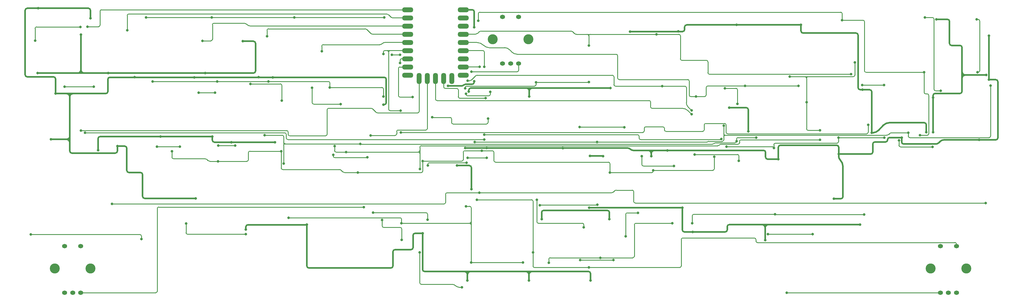
<source format=gbr>
G04 #@! TF.GenerationSoftware,KiCad,Pcbnew,7.0.9*
G04 #@! TF.CreationDate,2024-02-06T21:39:52+09:00*
G04 #@! TF.ProjectId,tijuana,74696a75-616e-4612-9e6b-696361645f70,rev?*
G04 #@! TF.SameCoordinates,Original*
G04 #@! TF.FileFunction,Copper,L1,Top*
G04 #@! TF.FilePolarity,Positive*
%FSLAX46Y46*%
G04 Gerber Fmt 4.6, Leading zero omitted, Abs format (unit mm)*
G04 Created by KiCad (PCBNEW 7.0.9) date 2024-02-06 21:39:52*
%MOMM*%
%LPD*%
G01*
G04 APERTURE LIST*
G04 #@! TA.AperFunction,ComponentPad*
%ADD10O,1.600000X1.300000*%
G04 #@! TD*
G04 #@! TA.AperFunction,ComponentPad*
%ADD11C,3.100000*%
G04 #@! TD*
G04 #@! TA.AperFunction,ComponentPad*
%ADD12C,1.250000*%
G04 #@! TD*
G04 #@! TA.AperFunction,SMDPad,CuDef*
%ADD13O,3.500000X1.500000*%
G04 #@! TD*
G04 #@! TA.AperFunction,SMDPad,CuDef*
%ADD14O,1.500000X3.500000*%
G04 #@! TD*
G04 #@! TA.AperFunction,ViaPad*
%ADD15C,0.800000*%
G04 #@! TD*
G04 #@! TA.AperFunction,Conductor*
%ADD16C,0.500000*%
G04 #@! TD*
G04 #@! TA.AperFunction,Conductor*
%ADD17C,0.250000*%
G04 #@! TD*
G04 APERTURE END LIST*
D10*
X32900000Y-106800000D03*
X37900000Y-106800000D03*
X35400000Y-106800000D03*
D11*
X40950000Y-99300000D03*
X29850000Y-99300000D03*
D10*
X32900000Y-92300000D03*
X37900000Y-92300000D03*
D12*
X140520000Y-18920000D03*
D13*
X139520000Y-18920000D03*
D12*
X140520000Y-21440000D03*
D13*
X139520000Y-21440000D03*
D12*
X140520000Y-23980000D03*
D13*
X139520000Y-23980000D03*
D12*
X140520000Y-26510000D03*
D13*
X139520000Y-26510000D03*
D12*
X140520000Y-29060000D03*
D13*
X139520000Y-29060000D03*
D12*
X140520000Y-31600000D03*
D13*
X139520000Y-31600000D03*
D12*
X140520000Y-34140000D03*
D13*
X139520000Y-34140000D03*
D12*
X140520000Y-36680000D03*
D13*
X139520000Y-36680000D03*
D12*
X140520000Y-39220000D03*
D13*
X139520000Y-39220000D03*
D12*
X143060000Y-39220000D03*
D14*
X143060000Y-40220000D03*
D12*
X145610000Y-39220000D03*
D14*
X145610000Y-40220000D03*
D12*
X148140334Y-39220000D03*
D14*
X148140334Y-40220000D03*
D12*
X150690334Y-39220000D03*
D14*
X150690334Y-40220000D03*
D12*
X153220000Y-39220000D03*
D14*
X153220000Y-40220000D03*
D12*
X155760000Y-39204341D03*
D13*
X156760000Y-39204341D03*
D12*
X155760000Y-36680000D03*
D13*
X156760000Y-36680000D03*
D12*
X155760000Y-34140000D03*
D13*
X156760000Y-34140000D03*
D12*
X155760000Y-31600000D03*
D13*
X156760000Y-31600000D03*
D12*
X155760000Y-29060000D03*
D13*
X156760000Y-29060000D03*
D12*
X155760000Y-26510000D03*
D13*
X156760000Y-26510000D03*
D12*
X155760000Y-23980000D03*
D13*
X156760000Y-23980000D03*
D12*
X155760000Y-21440000D03*
D13*
X156760000Y-21440000D03*
D12*
X155760000Y-18920000D03*
D13*
X156760000Y-18920000D03*
D10*
X304975600Y-106800000D03*
X309975600Y-106800000D03*
X307475600Y-106800000D03*
D11*
X313025600Y-99300000D03*
X301925600Y-99300000D03*
D10*
X304975600Y-92300000D03*
X309975600Y-92300000D03*
X168950000Y-35600000D03*
X173950000Y-35600000D03*
X171450000Y-35600000D03*
D11*
X177000000Y-28100000D03*
X165900000Y-28100000D03*
D10*
X168950000Y-21100000D03*
X173950000Y-21100000D03*
D15*
X202162521Y-83906500D03*
X177249642Y-45864922D03*
X24663766Y-18454507D03*
X40934319Y-21584553D03*
X157338000Y-61862000D03*
X316989920Y-59339150D03*
X93163629Y-39843309D03*
X73166000Y-39935116D03*
X187690607Y-61862000D03*
X181095000Y-83957300D03*
X220187013Y-62576600D03*
X215135000Y-64364495D03*
X273387727Y-63732305D03*
X292951649Y-58598500D03*
X320077100Y-40611100D03*
X30067567Y-44930020D03*
X254659093Y-65302140D03*
X28684900Y-59114300D03*
X97581753Y-39884712D03*
X202483991Y-43181581D03*
X271917800Y-77611000D03*
X320082245Y-26978453D03*
X158485597Y-44291609D03*
X131937313Y-48378396D03*
X54644427Y-39877000D03*
X73576200Y-77488100D03*
X164003700Y-61862000D03*
X49291816Y-61259500D03*
X160174200Y-24370900D03*
X160140676Y-41112348D03*
X152003002Y-42575500D03*
X78648091Y-21305395D03*
X179325761Y-41403513D03*
X58182707Y-21312450D03*
X216820459Y-26517700D03*
X157320000Y-43300000D03*
X104223370Y-21298033D03*
X277259082Y-38927186D03*
X195750700Y-29996900D03*
X132236922Y-21295540D03*
X195756311Y-41399189D03*
X37755645Y-24225372D03*
X23714900Y-28481660D03*
X131925870Y-45832400D03*
X260917241Y-42545376D03*
X60264972Y-41188861D03*
X80338639Y-41188861D03*
X198362797Y-59961300D03*
X96188516Y-41182022D03*
X237676500Y-54941800D03*
X115292800Y-43011900D03*
X160272011Y-59951147D03*
X320584173Y-42480473D03*
X294991730Y-57100131D03*
X229100319Y-45859225D03*
X244256452Y-42545376D03*
X180585000Y-79654700D03*
X238525237Y-61410300D03*
X198368300Y-79501471D03*
X144149797Y-65940247D03*
X287540400Y-58609600D03*
X253233680Y-61859300D03*
X202312800Y-69497800D03*
X215759673Y-68753400D03*
X234753400Y-64566206D03*
X300200000Y-21300000D03*
X80543822Y-65975500D03*
X100186712Y-62830355D03*
X163296668Y-36654970D03*
X305053600Y-44050347D03*
X162507100Y-62711500D03*
X66217210Y-62834941D03*
X123987417Y-69480900D03*
X273324977Y-58607010D03*
X319087500Y-78922100D03*
X161829912Y-36655232D03*
X161779950Y-75761652D03*
X47625000Y-79201300D03*
X183315800Y-97475015D03*
X298674500Y-57879840D03*
X227894591Y-85251903D03*
X157579305Y-79928211D03*
X159207436Y-97407245D03*
X221723500Y-85241000D03*
X281288642Y-82488272D03*
X299926291Y-38324500D03*
X137562587Y-85189945D03*
X161443006Y-22269500D03*
X175264344Y-97448858D03*
X199347600Y-95928700D03*
X274467940Y-22139794D03*
X102524210Y-83509955D03*
X253576412Y-82459356D03*
X157787286Y-66432899D03*
X145730938Y-67300000D03*
X177162988Y-103018436D03*
X280754244Y-43729100D03*
X88254896Y-28695974D03*
X303715200Y-21882823D03*
X78790444Y-58284860D03*
X195847600Y-80378800D03*
X196281400Y-103014937D03*
X43285427Y-62520034D03*
X224824593Y-80383979D03*
X223520444Y-25637184D03*
X76556021Y-38577500D03*
X62725927Y-58296263D03*
X158048981Y-103021432D03*
X200227328Y-64364495D03*
X196112797Y-64331561D03*
X261693750Y-23621400D03*
X208538600Y-25668200D03*
X154775695Y-67292509D03*
X245306262Y-56699500D03*
X37932074Y-26644144D03*
X46434000Y-38577500D03*
X241703975Y-23621400D03*
X228014262Y-87915137D03*
X280070183Y-85605086D03*
X300620800Y-56975100D03*
X250546484Y-90479689D03*
X319227600Y-39166300D03*
X89228049Y-87150542D03*
X108159205Y-85668902D03*
X302723400Y-46187837D03*
X302745083Y-56972800D03*
X283675500Y-57100000D03*
X24485900Y-38577500D03*
X239428045Y-49324858D03*
X98273720Y-60075308D03*
X159273900Y-74606133D03*
X144105900Y-88349704D03*
X84662687Y-60032795D03*
X137102800Y-32858820D03*
X134562070Y-32864108D03*
X32921790Y-42774849D03*
X41922000Y-42792354D03*
X74519930Y-44701800D03*
X79618400Y-44696562D03*
X90632200Y-41913361D03*
X100396451Y-47088793D03*
X109800165Y-43120875D03*
X118691300Y-48207180D03*
X165169300Y-44365736D03*
X157592627Y-45014000D03*
X316515770Y-38324500D03*
X316300000Y-21900000D03*
X287449200Y-42252437D03*
X280707261Y-42252437D03*
X192888083Y-55336828D03*
X206779248Y-55403617D03*
X158116318Y-64916778D03*
X164003700Y-64916778D03*
X116341114Y-63961128D03*
X126955415Y-64693600D03*
X85899887Y-61112304D03*
X80658700Y-61114953D03*
X61586152Y-61441000D03*
X68709380Y-61446040D03*
X22407255Y-88694770D03*
X56728213Y-90159589D03*
X70609288Y-85301771D03*
X89228049Y-88639587D03*
X128708497Y-81931900D03*
X145638400Y-84080400D03*
X222208100Y-67438011D03*
X212228789Y-64364495D03*
X228629054Y-63842200D03*
X242382200Y-65853458D03*
X302510706Y-61473677D03*
X292102149Y-59448000D03*
X251436300Y-88563200D03*
X265282468Y-88563200D03*
X193053470Y-96653200D03*
X203418800Y-96665800D03*
X194198115Y-86462264D03*
X179619300Y-77926900D03*
X40006400Y-24143700D03*
X163283844Y-59200034D03*
X39199119Y-57126600D03*
X125859938Y-80182383D03*
X127943000Y-57935600D03*
X37947000Y-56402100D03*
X211002200Y-81989800D03*
X207224200Y-89239300D03*
X52332489Y-25272200D03*
X158122656Y-40943380D03*
X75695700Y-28536486D03*
X227665100Y-50148341D03*
X218597451Y-42625783D03*
X100940800Y-66697000D03*
X241657700Y-59707450D03*
X241923314Y-48114389D03*
X95769625Y-27111300D03*
X95046615Y-57851100D03*
X247728968Y-58598500D03*
X131564001Y-84234455D03*
X124711917Y-60549994D03*
X237994391Y-43269876D03*
X137628305Y-90358074D03*
X267589907Y-59319085D03*
X267581700Y-56352800D03*
X278401100Y-35244700D03*
X112776476Y-31754061D03*
X156361500Y-105082100D03*
X143256400Y-68396728D03*
X263406600Y-47632500D03*
X116749000Y-61276200D03*
X143243338Y-94289400D03*
X120351800Y-63118654D03*
X258155520Y-39652900D03*
X137294460Y-50230286D03*
X137339000Y-56985300D03*
X282545337Y-54682080D03*
X131915154Y-32635782D03*
X161013800Y-77894300D03*
X195770800Y-98972700D03*
X137122699Y-35414938D03*
X178405900Y-94271100D03*
X159324700Y-38162100D03*
X141020000Y-46048400D03*
X147116321Y-52318064D03*
X164444800Y-52736400D03*
X163720300Y-46369500D03*
X236936400Y-59055600D03*
X163279200Y-57710500D03*
X227665100Y-51386588D03*
X257277300Y-106800000D03*
D16*
X93120738Y-39886200D02*
X53545900Y-39886200D01*
X30079698Y-44942151D02*
X33457429Y-44942151D01*
X293580110Y-60617000D02*
X303489402Y-60617000D01*
X30067567Y-44930020D02*
X30079698Y-44942151D01*
X320077100Y-40611100D02*
X320077100Y-26983598D01*
X202450672Y-43214900D02*
X178315385Y-43214900D01*
X215135000Y-64364495D02*
X215135000Y-63536173D01*
X49291816Y-62793331D02*
X49291816Y-61259500D01*
X34500000Y-44942151D02*
X35478646Y-44942151D01*
X57744143Y-77488100D02*
X73576200Y-77488100D01*
X176358131Y-43214900D02*
X178315385Y-43214900D01*
X34500000Y-58232370D02*
X34500000Y-62793018D01*
X46946581Y-39886200D02*
X53545900Y-39886200D01*
X316978670Y-59327900D02*
X316989920Y-59339150D01*
X97580265Y-39886200D02*
X93206520Y-39886200D01*
X28684900Y-59114300D02*
X33000000Y-59114300D01*
X254659093Y-61601116D02*
X254659093Y-65302140D01*
X46319600Y-44311892D02*
X46319600Y-40513181D01*
X273387761Y-61601570D02*
X273387727Y-63732305D01*
X288582939Y-59227362D02*
X288582939Y-59344976D01*
X52853423Y-69450100D02*
X56487039Y-69450100D01*
X21267235Y-39739300D02*
X29439386Y-39739300D01*
X181095000Y-83957300D02*
X181095000Y-81857914D01*
X52223600Y-61917496D02*
X52223600Y-68820277D01*
X306059622Y-59327900D02*
X316978670Y-59327900D01*
X317001170Y-59327900D02*
X316989920Y-59339150D01*
X178315385Y-43214900D02*
X178209278Y-43214901D01*
X132827596Y-47749916D02*
X132827596Y-40514631D01*
X216179063Y-62576600D02*
X250059669Y-62576600D01*
X132199165Y-39886200D02*
X97583241Y-39886200D01*
X322213202Y-59327900D02*
X317001170Y-59327900D01*
X40934319Y-21584553D02*
X40934281Y-19083548D01*
X273387727Y-63732305D02*
X283357790Y-63732305D01*
X250675969Y-63192900D02*
X250675969Y-64675500D01*
X292951649Y-58598500D02*
X292951649Y-59988539D01*
X202483991Y-43181581D02*
X202450672Y-43214900D01*
X35128184Y-63421200D02*
X48663947Y-63421200D01*
X131937313Y-48378396D02*
X132199129Y-48378392D01*
X187690607Y-61862000D02*
X164003700Y-61862000D01*
X187690607Y-61862000D02*
X207840377Y-61862000D01*
X292951649Y-58598500D02*
X289211801Y-58598500D01*
X33457429Y-44942151D02*
X34500000Y-44942151D01*
X93163629Y-39843309D02*
X93120738Y-39886200D01*
X97581753Y-39884712D02*
X97580265Y-39886200D01*
X20638200Y-19084764D02*
X20638200Y-39110265D01*
X30067567Y-40367481D02*
X30067567Y-44930020D01*
X33000000Y-59114300D02*
X33618070Y-59114300D01*
X214175427Y-62576600D02*
X216179063Y-62576600D01*
X33000000Y-59114300D02*
X33385700Y-59114300D01*
X251233196Y-65302355D02*
X254658878Y-65302355D01*
X201532903Y-81228800D02*
X181724114Y-81228800D01*
X21268457Y-18454507D02*
X24663766Y-18454507D01*
X34500000Y-58232370D02*
X34500000Y-45920797D01*
X271917800Y-77611000D02*
X274089392Y-77611000D01*
X320077100Y-40611100D02*
X322213768Y-40611100D01*
X24663766Y-18454507D02*
X40305231Y-18454507D01*
X202162521Y-83906500D02*
X202162521Y-81858418D01*
X274718100Y-76982292D02*
X274718100Y-67591967D01*
X187675991Y-61862000D02*
X187549591Y-61988400D01*
X177249642Y-45864922D02*
X177249642Y-44280643D01*
X209565548Y-62576600D02*
X214175427Y-62576600D01*
X30067567Y-44930020D02*
X29986849Y-44849302D01*
X273387727Y-64380164D02*
X273387727Y-63732305D01*
X164003700Y-61862000D02*
X157338000Y-61862000D01*
X254658878Y-65302355D02*
X254659093Y-65302140D01*
X158485597Y-44291609D02*
X158485593Y-43845621D01*
X322842957Y-41240289D02*
X322842957Y-58698145D01*
X53545900Y-39886200D02*
X53712177Y-39886200D01*
X159116309Y-43214900D02*
X176358131Y-43214900D01*
X187690607Y-61862000D02*
X187675991Y-61862000D01*
X283987300Y-63102795D02*
X283987300Y-60603012D01*
X35478646Y-44942151D02*
X45689341Y-44942151D01*
X97583241Y-39886200D02*
X97581753Y-39884712D01*
X304574943Y-60167354D02*
X304958149Y-59784146D01*
X57116100Y-70079161D02*
X57116100Y-76860057D01*
X284616412Y-59973900D02*
X287954015Y-59973900D01*
X49315473Y-61283157D02*
X51589261Y-61283157D01*
X187690607Y-61862000D02*
X187817007Y-61988400D01*
X255288909Y-60971300D02*
X272757502Y-60971300D01*
X93206520Y-39886200D02*
X93163629Y-39843309D01*
X132827600Y-40514631D02*
G75*
G03*
X132199165Y-39886200I-628400J31D01*
G01*
X52223600Y-68820277D02*
G75*
G03*
X52853423Y-69450100I629800J-23D01*
G01*
X20638200Y-39110265D02*
G75*
G03*
X21267235Y-39739300I629000J-35D01*
G01*
X273387771Y-64380164D02*
G75*
G03*
X273890630Y-65594275I1717029J-36D01*
G01*
X57116100Y-70079161D02*
G75*
G03*
X56487039Y-69450100I-629100J-39D01*
G01*
X322213202Y-59327857D02*
G75*
G03*
X322842957Y-58698145I-2J629757D01*
G01*
X35478646Y-44942200D02*
G75*
G03*
X34500000Y-45920797I-46J-978600D01*
G01*
X46946581Y-39886200D02*
G75*
G03*
X46319600Y-40513181I19J-627000D01*
G01*
X52223543Y-61917496D02*
G75*
G03*
X51589261Y-61283157I-634343J-4D01*
G01*
X292951600Y-59988539D02*
G75*
G03*
X293580110Y-60617000I628500J39D01*
G01*
X303489402Y-60616997D02*
G75*
G03*
X304574943Y-60167354I-2J1535197D01*
G01*
X250676000Y-63192900D02*
G75*
G03*
X250059669Y-62576600I-616300J0D01*
G01*
X208611582Y-62181440D02*
G75*
G03*
X207840377Y-61862000I-771182J-771160D01*
G01*
X48663947Y-63421216D02*
G75*
G03*
X49291816Y-62793331I-47J627916D01*
G01*
X287954015Y-59973939D02*
G75*
G03*
X288582939Y-59344976I-15J628939D01*
G01*
X181724114Y-81228800D02*
G75*
G03*
X181095000Y-81857914I-14J-629100D01*
G01*
X289211801Y-58598539D02*
G75*
G03*
X288582939Y-59227362I-1J-628861D01*
G01*
X34499999Y-62793018D02*
G75*
G03*
X35128183Y-63421201I628201J18D01*
G01*
X274089392Y-77611000D02*
G75*
G03*
X274718100Y-76982292I8J628700D01*
G01*
X202162500Y-81858418D02*
G75*
G03*
X201532903Y-81228800I-629600J18D01*
G01*
X159116309Y-43214893D02*
G75*
G03*
X158485593Y-43845621I-9J-630707D01*
G01*
X35128183Y-63421201D02*
X35128184Y-63421200D01*
X250675915Y-64675500D02*
G75*
G03*
X251233196Y-65302355I633785J2300D01*
G01*
X34500000Y-60228600D02*
G75*
G03*
X33385700Y-59114300I-1114300J0D01*
G01*
X208611553Y-62181469D02*
G75*
G03*
X209565548Y-62576600I953947J953969D01*
G01*
X273387800Y-61601570D02*
G75*
G03*
X272757502Y-60971300I-630300J-30D01*
G01*
X306059622Y-59327911D02*
G75*
G03*
X304958149Y-59784146I-22J-1557689D01*
G01*
X322843000Y-41240289D02*
G75*
G03*
X322213768Y-40611100I-629200J-11D01*
G01*
X283357790Y-63732300D02*
G75*
G03*
X283987300Y-63102795I10J629500D01*
G01*
X215135000Y-63536173D02*
G75*
G03*
X214175427Y-62576600I-959600J-27D01*
G01*
X132199129Y-48378396D02*
G75*
G03*
X132827596Y-47749916I-29J628496D01*
G01*
X57116100Y-76860057D02*
G75*
G03*
X57744143Y-77488100I628000J-43D01*
G01*
X30067600Y-40367481D02*
G75*
G03*
X29439386Y-39739300I-628200J-19D01*
G01*
X21268457Y-18454500D02*
G75*
G03*
X20638200Y-19084764I43J-630300D01*
G01*
X320082245Y-26978500D02*
G75*
G03*
X320077100Y-26983598I-45J-5100D01*
G01*
X177249600Y-44106411D02*
G75*
G03*
X176358131Y-43214900I-891500J11D01*
G01*
X216179063Y-62576600D02*
G75*
G03*
X215135000Y-63620663I37J-1044100D01*
G01*
X274718111Y-67591967D02*
G75*
G03*
X273890628Y-65594277I-2825211J-33D01*
G01*
X49291843Y-61259500D02*
G75*
G03*
X49315473Y-61283157I23657J0D01*
G01*
X178209278Y-43214938D02*
G75*
G03*
X177249638Y-44174594I22J-959662D01*
G01*
X34499949Y-45984722D02*
G75*
G03*
X33457429Y-44942151I-1042549J22D01*
G01*
X40934293Y-19083548D02*
G75*
G03*
X40305231Y-18454507I-629093J-52D01*
G01*
X255288909Y-60971293D02*
G75*
G03*
X254659093Y-61601116I-9J-629807D01*
G01*
X33618070Y-59114300D02*
G75*
G03*
X34500000Y-58232370I30J881900D01*
G01*
X284616412Y-59973900D02*
G75*
G03*
X283987300Y-60603012I-12J-629100D01*
G01*
X45689341Y-44942200D02*
G75*
G03*
X46319600Y-44311892I-41J630300D01*
G01*
X152003002Y-42575500D02*
X156169783Y-42575500D01*
X155740000Y-18900000D02*
X156740000Y-18900000D01*
X157426342Y-42054973D02*
X159511535Y-42054973D01*
X160140660Y-41425880D02*
X160140676Y-41112348D01*
X156740000Y-18900000D02*
X159545111Y-18900000D01*
X160174200Y-19529089D02*
X160174200Y-24370900D01*
X160120576Y-41112348D02*
X160071209Y-41161715D01*
X160140676Y-41112348D02*
X160120576Y-41112348D01*
X157426342Y-42054994D02*
G75*
G03*
X156870526Y-42285236I-42J-785906D01*
G01*
X160174200Y-19529089D02*
G75*
G03*
X159545111Y-18900000I-629100J-11D01*
G01*
X156169783Y-42575523D02*
G75*
G03*
X156870525Y-42285235I-83J991123D01*
G01*
X159511535Y-42054960D02*
G75*
G03*
X160140660Y-41425880I-35J629160D01*
G01*
D17*
X156740000Y-26490000D02*
X155740000Y-26490000D01*
X104223370Y-21298033D02*
X132234429Y-21298033D01*
X216815477Y-26522682D02*
X196222686Y-26522682D01*
X195217657Y-26522682D02*
X195234147Y-26522681D01*
X232284002Y-34607100D02*
X224657627Y-34607100D01*
X232743700Y-38468761D02*
X232743700Y-35066798D01*
X160570077Y-26490000D02*
X156740000Y-26490000D01*
X190218916Y-25515400D02*
X162235146Y-25515400D01*
X157320000Y-43300000D02*
X157320000Y-43097836D01*
X277257868Y-38928400D02*
X233203339Y-38928400D01*
X179325761Y-41403513D02*
X179325753Y-42179976D01*
X195750700Y-29996900D02*
X195750700Y-26994668D01*
X191327251Y-26278680D02*
X190807999Y-25759412D01*
X178865824Y-42639900D02*
X157777936Y-42639900D01*
X277259082Y-38927186D02*
X277257868Y-38928400D01*
X78648091Y-21305395D02*
X104216008Y-21305395D01*
X58182707Y-21312450D02*
X78641036Y-21312450D01*
X224198200Y-34147673D02*
X224198200Y-26977347D01*
X179325761Y-41403513D02*
X195751987Y-41403513D01*
X223738553Y-26517700D02*
X216820459Y-26517700D01*
X161646868Y-25759076D02*
X161160534Y-26245421D01*
X195217657Y-26522682D02*
X191916309Y-26522682D01*
X196222686Y-26522682D02*
X195217657Y-26522682D01*
X224198200Y-34147673D02*
G75*
G03*
X224657627Y-34607100I459400J-27D01*
G01*
X178865824Y-42639953D02*
G75*
G03*
X179325753Y-42179976I-24J459953D01*
G01*
X78641036Y-21312491D02*
G75*
G03*
X78648091Y-21305395I-36J7091D01*
G01*
X216815477Y-26522659D02*
G75*
G03*
X216820459Y-26517700I23J4959D01*
G01*
X232743700Y-35066798D02*
G75*
G03*
X232284002Y-34607100I-459700J-2D01*
G01*
X157777936Y-42639900D02*
G75*
G03*
X157320000Y-43097836I-36J-457900D01*
G01*
X160570077Y-26489990D02*
G75*
G03*
X161160534Y-26245421I23J834990D01*
G01*
X104216008Y-21305370D02*
G75*
G03*
X104223370Y-21298033I-8J7370D01*
G01*
X224198200Y-26977347D02*
G75*
G03*
X223738553Y-26517700I-459600J47D01*
G01*
X232743700Y-38468761D02*
G75*
G03*
X233203339Y-38928400I459600J-39D01*
G01*
X162235146Y-25515420D02*
G75*
G03*
X161646868Y-25759076I-46J-831880D01*
G01*
X190807996Y-25759415D02*
G75*
G03*
X190218916Y-25515400I-589096J-589085D01*
G01*
X195751987Y-41403511D02*
G75*
G03*
X195756311Y-41399189I13J4311D01*
G01*
X195750719Y-27039216D02*
G75*
G03*
X195234147Y-26522681I-516519J16D01*
G01*
X132234429Y-21298022D02*
G75*
G03*
X132236922Y-21295540I-29J2522D01*
G01*
X196222686Y-26522700D02*
G75*
G03*
X195750700Y-26994668I14J-472000D01*
G01*
X191327238Y-26278693D02*
G75*
G03*
X191916309Y-26522682I589062J589093D01*
G01*
X23714900Y-28481660D02*
X23714900Y-24684136D01*
X24173664Y-24225372D02*
X37755645Y-24225372D01*
X24173664Y-24225300D02*
G75*
G03*
X23714900Y-24684136I36J-458800D01*
G01*
X237676500Y-58391678D02*
X237676500Y-57874000D01*
X289145235Y-57437312D02*
X289048676Y-57533873D01*
X244256452Y-42545376D02*
X233900000Y-42545376D01*
X237676500Y-57389891D02*
X237676500Y-54941800D01*
X115292800Y-43011900D02*
X115291350Y-43010450D01*
X198354197Y-59952700D02*
X160273564Y-59952700D01*
X155740000Y-29040000D02*
X156740000Y-29040000D01*
X232196773Y-43156151D02*
X232196814Y-45401937D01*
X233900000Y-42545376D02*
X232807548Y-42545376D01*
X226937300Y-41014584D02*
X226937300Y-45399001D01*
X237676500Y-59322696D02*
X237676500Y-58391678D01*
X238160609Y-57874000D02*
X288227547Y-57874000D01*
X114834023Y-41182022D02*
X96188516Y-41182022D01*
X171091118Y-31294342D02*
X171545713Y-31748936D01*
X156740000Y-29040000D02*
X160832686Y-29040000D01*
X227397543Y-45859240D02*
X229100319Y-45859225D01*
X205156688Y-40555214D02*
X226477930Y-40555214D01*
X295450410Y-58604340D02*
X320124632Y-58604340D01*
X80338639Y-41188861D02*
X96181677Y-41188861D01*
X115291350Y-43010450D02*
X115291350Y-41580590D01*
X237676500Y-57874000D02*
X237676500Y-57389891D01*
X80338639Y-41188861D02*
X60264972Y-41188861D01*
X115292800Y-43011900D02*
X131465477Y-43011900D01*
X204697100Y-33176057D02*
X204697100Y-40095626D01*
X173462302Y-32716700D02*
X204237743Y-32716700D01*
X164784028Y-30676700D02*
X169600000Y-30676700D01*
X131925870Y-43472293D02*
X131925870Y-45832400D01*
X231739534Y-45859225D02*
X229100319Y-45859225D01*
X198362797Y-59961300D02*
X232544334Y-59961300D01*
X171545713Y-31748936D02*
X171842556Y-32045779D01*
X289959247Y-57100131D02*
X294991730Y-57100131D01*
X260917241Y-42545376D02*
X244256452Y-42545376D01*
X320584173Y-58144799D02*
X320584173Y-42480473D01*
X232976235Y-59782400D02*
X237216796Y-59782400D01*
X294991730Y-57100131D02*
X294991752Y-58145691D01*
X131925800Y-43472293D02*
G75*
G03*
X131465477Y-43011900I-460300J93D01*
G01*
X171091127Y-31294333D02*
G75*
G03*
X169600000Y-30676700I-1491127J-1491167D01*
G01*
X288227547Y-57874045D02*
G75*
G03*
X289048676Y-57533873I-47J1161245D01*
G01*
X160272001Y-59951147D02*
G75*
G03*
X160273564Y-59952700I1599J47D01*
G01*
X171842548Y-32045787D02*
G75*
G03*
X173462302Y-32716700I1619752J1619787D01*
G01*
X232544334Y-59961335D02*
G75*
G03*
X232770778Y-59867502I-34J320235D01*
G01*
X289959247Y-57100164D02*
G75*
G03*
X289145235Y-57437312I-47J-1151136D01*
G01*
X231739534Y-45859214D02*
G75*
G03*
X232196814Y-45401937I-34J457314D01*
G01*
X244256500Y-42545376D02*
G75*
G03*
X244316976Y-42605900I60500J-24D01*
G01*
X163114760Y-29985269D02*
G75*
G03*
X160832686Y-29040000I-2282060J-2282031D01*
G01*
X320124632Y-58604373D02*
G75*
G03*
X320584173Y-58144799I-32J459573D01*
G01*
X232807548Y-42545473D02*
G75*
G03*
X232196773Y-43156151I-48J-610727D01*
G01*
X96181677Y-41188816D02*
G75*
G03*
X96188516Y-41182022I23J6816D01*
G01*
X115291360Y-41580589D02*
G75*
G03*
X114834023Y-41182023I-459260J-65311D01*
G01*
X238194178Y-57874000D02*
G75*
G03*
X237676500Y-58391678I22J-517700D01*
G01*
X204697100Y-33176057D02*
G75*
G03*
X204237743Y-32716700I-459400J-43D01*
G01*
X204697086Y-40095626D02*
G75*
G03*
X205156688Y-40555214I459614J26D01*
G01*
X232976235Y-59782438D02*
G75*
G03*
X232770780Y-59867504I-35J-290562D01*
G01*
X226937286Y-41014584D02*
G75*
G03*
X226477930Y-40555214I-459386J-16D01*
G01*
X294991760Y-58145691D02*
G75*
G03*
X295450410Y-58604340I458640J-9D01*
G01*
X163114748Y-29985281D02*
G75*
G03*
X164784028Y-30676700I1669252J1669281D01*
G01*
X237216796Y-59782400D02*
G75*
G03*
X237676500Y-59322696I4J459700D01*
G01*
X226937260Y-45399001D02*
G75*
G03*
X227397543Y-45859240I460240J1D01*
G01*
X237676500Y-57389891D02*
G75*
G03*
X238160609Y-57874000I484100J-9D01*
G01*
X100182755Y-62834312D02*
X90451008Y-62834312D01*
X77423094Y-65732427D02*
X77091868Y-65401203D01*
X166271600Y-63171017D02*
X166271600Y-65771219D01*
X66217210Y-62834941D02*
X66217210Y-64698903D01*
X119273475Y-69237033D02*
X118808862Y-68772414D01*
X144149797Y-65940247D02*
X144149797Y-69081883D01*
X303450394Y-44050347D02*
X305053600Y-44050347D01*
X163296668Y-36654970D02*
X163296668Y-32039636D01*
X66676907Y-65158600D02*
X76506168Y-65158600D01*
X100628262Y-68528100D02*
X118219039Y-68528100D01*
X238525237Y-61410300D02*
X252784680Y-61410300D01*
X100186712Y-62830355D02*
X100182755Y-62834312D01*
X202312800Y-66690502D02*
X202312800Y-69497800D01*
X253692831Y-60359300D02*
X272866091Y-60359300D01*
X119862217Y-69480900D02*
X123987417Y-69480900D01*
X302990700Y-43590653D02*
X302990700Y-21760129D01*
X89530118Y-65975500D02*
X80543822Y-65975500D01*
X215759673Y-68753400D02*
X234293929Y-68753400D01*
X78009928Y-65975500D02*
X80543822Y-65975500D01*
X162837032Y-31580000D02*
X156740000Y-31580000D01*
X155740000Y-31580000D02*
X156740000Y-31580000D01*
X215759673Y-68753400D02*
X215759673Y-69038255D01*
X287540400Y-58609600D02*
X273327567Y-58609600D01*
X162507100Y-62711500D02*
X157191663Y-62711500D01*
X166730881Y-66230500D02*
X201852798Y-66230500D01*
X234753395Y-68293935D02*
X234753400Y-64566206D01*
X273324977Y-58607010D02*
X273324970Y-59900424D01*
X180585000Y-79654700D02*
X180585000Y-79518600D01*
X156272535Y-65939600D02*
X144150444Y-65939600D01*
X253233680Y-61859300D02*
X253233680Y-60818451D01*
X162507100Y-62711500D02*
X165812083Y-62711500D01*
X302530571Y-21300000D02*
X300200000Y-21300000D01*
X156731803Y-63171360D02*
X156731803Y-65480332D01*
X100169000Y-62848067D02*
X100169000Y-68068838D01*
X143691668Y-69480900D02*
X123987417Y-69480900D01*
X180585000Y-79518600D02*
X198351171Y-79518600D01*
X202312800Y-69497800D02*
X215300128Y-69497800D01*
X89990700Y-63294620D02*
X89990700Y-65514918D01*
X166271600Y-63171017D02*
G75*
G03*
X165812083Y-62711500I-459500J17D01*
G01*
X77091882Y-65401189D02*
G75*
G03*
X76506168Y-65158600I-585682J-585711D01*
G01*
X144150444Y-65939598D02*
G75*
G03*
X144149798Y-65940247I-44J-602D01*
G01*
X100169000Y-68068838D02*
G75*
G03*
X100628262Y-68528100I459300J38D01*
G01*
X163296600Y-32039636D02*
G75*
G03*
X162837032Y-31580000I-459600J36D01*
G01*
X202312800Y-66690502D02*
G75*
G03*
X201852798Y-66230500I-460000J2D01*
G01*
X66217200Y-64698903D02*
G75*
G03*
X66676907Y-65158600I459700J3D01*
G01*
X302990753Y-43590653D02*
G75*
G03*
X303450394Y-44050347I459647J-47D01*
G01*
X143691668Y-69480884D02*
G75*
G03*
X144149797Y-69081883I-2068J464884D01*
G01*
X273325000Y-58607010D02*
G75*
G03*
X273327567Y-58609600I2600J10D01*
G01*
X90451008Y-62834300D02*
G75*
G03*
X89990700Y-63294620I-8J-460300D01*
G01*
X156272535Y-65939603D02*
G75*
G03*
X156731803Y-65480332I-35J459303D01*
G01*
X118808836Y-68772440D02*
G75*
G03*
X118219039Y-68528100I-589836J-589760D01*
G01*
X215300128Y-69497873D02*
G75*
G03*
X215759673Y-69038255I-28J459573D01*
G01*
X253692831Y-60359380D02*
G75*
G03*
X253233680Y-60818451I69J-459220D01*
G01*
X119273467Y-69237041D02*
G75*
G03*
X119862217Y-69480900I588733J588741D01*
G01*
X157191663Y-62711503D02*
G75*
G03*
X156731803Y-63171360I37J-459897D01*
G01*
X89530118Y-65975500D02*
G75*
G03*
X89990700Y-65514918I-18J460600D01*
G01*
X77423083Y-65732438D02*
G75*
G03*
X78009928Y-65975500I586817J586838D01*
G01*
X253233700Y-61859300D02*
G75*
G03*
X252784680Y-61410300I-449000J0D01*
G01*
X166271600Y-65771219D02*
G75*
G03*
X166730881Y-66230500I459300J19D01*
G01*
X198351171Y-79518600D02*
G75*
G03*
X198368300Y-79501471I29J17100D01*
G01*
X100186712Y-62830400D02*
G75*
G03*
X100169000Y-62848067I-12J-17700D01*
G01*
X234293929Y-68753395D02*
G75*
G03*
X234753395Y-68293935I-29J459495D01*
G01*
X272866091Y-60359270D02*
G75*
G03*
X273324970Y-59900424I9J458870D01*
G01*
X302990700Y-21760129D02*
G75*
G03*
X302530571Y-21300000I-460100J29D01*
G01*
X209244734Y-74937861D02*
X204300882Y-74937861D01*
X203375459Y-75517819D02*
X203711200Y-75182103D01*
X155740000Y-36660000D02*
X156740000Y-36660000D01*
X161779950Y-75761652D02*
X151711540Y-75761652D01*
X151251999Y-76221193D02*
X151251999Y-78746941D01*
X161829912Y-36655232D02*
X161825144Y-36660000D01*
X150792640Y-79206300D02*
X47630000Y-79206300D01*
X319087500Y-78922100D02*
X210163568Y-78922100D01*
X202785442Y-75762200D02*
X161780498Y-75762200D01*
X209704300Y-78462832D02*
X209704300Y-75397427D01*
X161825144Y-36660000D02*
X156740000Y-36660000D01*
X202785442Y-75762241D02*
G75*
G03*
X203375459Y-75517819I-42J834441D01*
G01*
X209704300Y-78462832D02*
G75*
G03*
X210163568Y-78922100I459300J32D01*
G01*
X150792640Y-79206299D02*
G75*
G03*
X151251999Y-78746941I-40J459399D01*
G01*
X151711540Y-75761699D02*
G75*
G03*
X151251999Y-76221193I-40J-459501D01*
G01*
X47625000Y-79201300D02*
G75*
G03*
X47630000Y-79206300I5000J0D01*
G01*
X161780002Y-75761657D02*
G75*
G03*
X161780498Y-75762200I498J-43D01*
G01*
X209704239Y-75397427D02*
G75*
G03*
X209244734Y-74937861I-459539J27D01*
G01*
X204300882Y-74937841D02*
G75*
G03*
X203711200Y-75182103I18J-833959D01*
G01*
X280940641Y-22139794D02*
X274467940Y-22139794D01*
X159189100Y-85719052D02*
X159189100Y-85211000D01*
X161443006Y-22269500D02*
X161443006Y-20104402D01*
X159189100Y-97388909D02*
X159189100Y-85719052D01*
X300913623Y-57879840D02*
X298674500Y-57879840D01*
X183775436Y-95928700D02*
X199347600Y-95928700D01*
X183315800Y-97475015D02*
X183315789Y-96388350D01*
X227894591Y-85251903D02*
X227894588Y-82918987D01*
X155740000Y-34120000D02*
X156740000Y-34120000D01*
X137103156Y-83509955D02*
X102524210Y-83509955D01*
X159189100Y-85211000D02*
X159189100Y-84716491D01*
X300386177Y-45027300D02*
X300911434Y-45027300D01*
X253576412Y-82459356D02*
X228354217Y-82459356D01*
X159249049Y-97448858D02*
X175264344Y-97448858D01*
X159189100Y-85719052D02*
X159189099Y-85712153D01*
X137562587Y-85189945D02*
X137561370Y-85188728D01*
X158681048Y-85211000D02*
X158687947Y-85211001D01*
X159189100Y-84716491D02*
X159189100Y-80387734D01*
X281400903Y-37866219D02*
X281400903Y-22600056D01*
X159207436Y-97407245D02*
X159189100Y-97388909D01*
X209440445Y-95928700D02*
X199347600Y-95928700D01*
X161902698Y-19644710D02*
X274007863Y-19644710D01*
X299926291Y-38324500D02*
X299926291Y-44567414D01*
X209900400Y-85700670D02*
X209900400Y-95468745D01*
X281288642Y-82488272D02*
X253605328Y-82488272D01*
X157579305Y-79928211D02*
X158729582Y-79928215D01*
X301372400Y-45488266D02*
X301372400Y-57421063D01*
X274467940Y-22139794D02*
X274467935Y-20104781D01*
X299926291Y-38324500D02*
X281859184Y-38324500D01*
X137561370Y-85188728D02*
X137561370Y-83909056D01*
X221723500Y-85241000D02*
X210360070Y-85241000D01*
X137583642Y-85211000D02*
X158694591Y-85211000D01*
X158694591Y-85211000D02*
G75*
G03*
X159189100Y-84716491I9J494500D01*
G01*
X159189085Y-80387734D02*
G75*
G03*
X158729582Y-79928215I-459485J34D01*
G01*
X183775436Y-95928689D02*
G75*
G03*
X183315789Y-96388350I-36J-459611D01*
G01*
X281400906Y-22600056D02*
G75*
G03*
X280940641Y-22139794I-460306J-44D01*
G01*
X159207342Y-97407245D02*
G75*
G03*
X159249049Y-97448858I41658J45D01*
G01*
X299926300Y-44567414D02*
G75*
G03*
X300386177Y-45027300I459900J14D01*
G01*
X253576428Y-82459356D02*
G75*
G03*
X253605328Y-82488272I28872J-44D01*
G01*
X228354217Y-82459388D02*
G75*
G03*
X227894588Y-82918987I-17J-459612D01*
G01*
X137562500Y-85189946D02*
G75*
G03*
X137583642Y-85211000I21200J146D01*
G01*
X159189099Y-85712153D02*
G75*
G03*
X158687947Y-85211001I-501199J-47D01*
G01*
X161902698Y-19644706D02*
G75*
G03*
X161443006Y-20104402I2J-459694D01*
G01*
X137561363Y-83909057D02*
G75*
G03*
X137103156Y-83509956I-460263J-65843D01*
G01*
X301372400Y-45488266D02*
G75*
G03*
X300911434Y-45027300I-461000J-34D01*
G01*
X210360070Y-85241000D02*
G75*
G03*
X209900400Y-85700670I30J-459700D01*
G01*
X281400900Y-37866219D02*
G75*
G03*
X281859184Y-38324500I458300J19D01*
G01*
X209440445Y-95928700D02*
G75*
G03*
X209900400Y-95468745I-45J460000D01*
G01*
X274467990Y-20104781D02*
G75*
G03*
X274007863Y-19644710I-460090J-19D01*
G01*
X300913623Y-57879900D02*
G75*
G03*
X301372400Y-57421063I-23J458800D01*
G01*
X145730938Y-67300000D02*
X145730938Y-66892151D01*
X157787286Y-66432899D02*
X157786587Y-66432200D01*
X157786587Y-66432200D02*
X146190889Y-66432200D01*
X146190889Y-66432238D02*
G75*
G03*
X145730938Y-66892151I11J-459962D01*
G01*
D16*
X141773224Y-88349704D02*
X144105900Y-88349704D01*
X39183043Y-38577500D02*
X46434000Y-38577500D01*
X62725927Y-58296263D02*
X78779041Y-58296263D01*
X88254896Y-28695974D02*
X91570282Y-28695974D01*
X311722300Y-38160288D02*
X311722300Y-40158146D01*
X84662687Y-60032795D02*
X79418824Y-60032795D01*
X238769558Y-86269822D02*
X238769571Y-87288253D01*
X92200000Y-29325692D02*
X92200000Y-37950339D01*
X302723400Y-56951117D02*
X302745083Y-56972800D01*
X223520444Y-25637184D02*
X223489428Y-25668200D01*
X228016825Y-87917700D02*
X228014262Y-87915137D01*
X159273900Y-74606133D02*
X159273900Y-67937343D01*
X261693750Y-23621400D02*
X261693750Y-25519967D01*
X311722300Y-30629200D02*
X311722300Y-38160288D01*
X280788123Y-43762979D02*
X280754244Y-43729100D01*
X300620800Y-54628657D02*
X300620800Y-56975100D01*
X223489428Y-25668200D02*
X208538600Y-25668200D01*
X224897166Y-25668200D02*
X223551460Y-25668200D01*
X224819414Y-80378800D02*
X224824593Y-80383979D01*
X289056870Y-54000000D02*
X299992143Y-54000000D01*
X249587180Y-85640700D02*
X239398673Y-85640700D01*
X311092574Y-44899847D02*
X303351658Y-44899847D01*
X178152710Y-100200000D02*
X176163831Y-100200000D01*
X307831000Y-22508427D02*
X307831000Y-29367426D01*
X244679277Y-49316937D02*
X239435966Y-49316937D01*
X280034569Y-85640700D02*
X251622642Y-85640700D01*
X319208978Y-39184922D02*
X312746934Y-39184922D01*
X245306262Y-56699500D02*
X245307100Y-56698662D01*
X89228025Y-86313893D02*
X89228049Y-87150542D01*
X43285427Y-62520034D02*
X43285427Y-58924095D01*
X225528800Y-24250005D02*
X225528800Y-25036566D01*
X283694160Y-57081340D02*
X284219321Y-57081340D01*
X261693750Y-23621400D02*
X241703975Y-23621400D01*
X303715200Y-21882823D02*
X307205396Y-21882823D01*
X195847600Y-80378800D02*
X224819414Y-80378800D01*
X108159205Y-85668902D02*
X108159205Y-85670582D01*
X262324183Y-26150400D02*
X278793070Y-26150400D01*
X311722300Y-40158146D02*
X311722300Y-44270121D01*
X134272933Y-99117000D02*
X108792829Y-99117000D01*
X196281400Y-103014937D02*
X196281429Y-100829412D01*
X245307100Y-56698662D02*
X245307100Y-49944760D01*
X177162988Y-102400000D02*
X177162988Y-101199157D01*
X283675500Y-57100000D02*
X283675500Y-44392620D01*
X302723400Y-45528105D02*
X302723400Y-46187837D01*
X177162988Y-102400000D02*
X177162988Y-101189722D01*
X108159205Y-85670582D02*
X108152830Y-85676957D01*
X176163831Y-100200000D02*
X160500000Y-100200000D01*
X37000000Y-38577500D02*
X39183043Y-38577500D01*
X141142914Y-88980014D02*
X141142914Y-92799985D01*
X228014262Y-87915137D02*
X225454193Y-87915107D01*
X43913259Y-58296263D02*
X62725927Y-58296263D01*
X279421500Y-26778830D02*
X279421500Y-43098518D01*
X250546484Y-90479689D02*
X250546484Y-86348117D01*
X37932074Y-26644144D02*
X37932074Y-37645426D01*
X158048981Y-103021432D02*
X158048981Y-101197383D01*
X144105900Y-88349704D02*
X144105900Y-99571982D01*
X108163130Y-98487301D02*
X108163130Y-85672827D01*
X251622642Y-85640700D02*
X249587180Y-85640700D01*
X308460674Y-29997100D02*
X311090200Y-29997100D01*
X241703975Y-23621400D02*
X226157405Y-23621400D01*
X283675500Y-57100000D02*
X283694160Y-57081340D01*
X158643757Y-67307200D02*
X154790386Y-67307200D01*
X224824593Y-80383979D02*
X224824593Y-87285499D01*
X24485900Y-38577500D02*
X37000000Y-38577500D01*
X238140132Y-87917700D02*
X228016825Y-87917700D01*
X160500000Y-100200000D02*
X157038608Y-100200000D01*
X280052126Y-43729123D02*
X280754244Y-43729100D01*
X108163130Y-85672827D02*
X108159205Y-85668902D01*
X157038608Y-100200000D02*
X144733918Y-100200000D01*
X98273720Y-60075308D02*
X84705200Y-60075308D01*
X200194394Y-64331561D02*
X196112797Y-64331561D01*
X285673368Y-56419748D02*
X287411639Y-54681477D01*
X91572839Y-38577500D02*
X76556021Y-38577500D01*
X159046364Y-100200000D02*
X160500000Y-100200000D01*
X78790444Y-58284860D02*
X78790418Y-59404375D01*
X195652025Y-100200000D02*
X178152710Y-100200000D01*
X283045859Y-43762979D02*
X280788123Y-43762979D01*
X108124010Y-85684500D02*
X89857400Y-85684500D01*
X302723400Y-46187837D02*
X302723400Y-56951117D01*
X134903700Y-94055420D02*
X134903700Y-98486233D01*
X177162988Y-103018436D02*
X177162988Y-102400000D01*
X46434000Y-38577500D02*
X76556021Y-38577500D01*
X140515899Y-93427000D02*
X135532120Y-93427000D01*
X238140132Y-87917671D02*
G75*
G03*
X238769571Y-87288253I68J629371D01*
G01*
X311722278Y-38160288D02*
G75*
G03*
X312746934Y-39184922I1024622J-12D01*
G01*
X141773224Y-88349714D02*
G75*
G03*
X141142914Y-88980014I-24J-630286D01*
G01*
X37947660Y-37790417D02*
G75*
G03*
X38919486Y-38577508I976040J211617D01*
G01*
X158049000Y-101210373D02*
G75*
G03*
X157038608Y-100200000I-1010400J-27D01*
G01*
X84662692Y-60032795D02*
G75*
G03*
X84705200Y-60075308I42508J-5D01*
G01*
X91572839Y-38577500D02*
G75*
G03*
X92200000Y-37950339I-39J627200D01*
G01*
X251556651Y-85640687D02*
G75*
G03*
X250546487Y-86650784I-51J-1010113D01*
G01*
X200227339Y-64364495D02*
G75*
G03*
X200194394Y-64331561I-32939J-5D01*
G01*
X178152710Y-100199988D02*
G75*
G03*
X177162988Y-101189722I-10J-989712D01*
G01*
X224824593Y-87285499D02*
G75*
G03*
X225454193Y-87915107I629607J-1D01*
G01*
X279421500Y-26778830D02*
G75*
G03*
X278793070Y-26150400I-628400J30D01*
G01*
X134272933Y-99117000D02*
G75*
G03*
X134903700Y-98486233I-33J630800D01*
G01*
X303351658Y-44899800D02*
G75*
G03*
X302723400Y-45528105I42J-628300D01*
G01*
X223520500Y-25637184D02*
G75*
G03*
X223551460Y-25668200I31000J-16D01*
G01*
X279421477Y-43098518D02*
G75*
G03*
X280052126Y-43729123I630623J18D01*
G01*
X108124009Y-85684494D02*
G75*
G03*
X108152830Y-85676957I-26209J159094D01*
G01*
X226157405Y-23621400D02*
G75*
G03*
X225528800Y-24250005I-5J-628600D01*
G01*
X224897166Y-25668200D02*
G75*
G03*
X225528800Y-25036566I34J631600D01*
G01*
X159046364Y-100199981D02*
G75*
G03*
X158048981Y-101197383I36J-997419D01*
G01*
X140515899Y-93427014D02*
G75*
G03*
X141142914Y-92799985I1J627014D01*
G01*
X135532120Y-93427000D02*
G75*
G03*
X134903700Y-94055420I-20J-628400D01*
G01*
X37000000Y-38577474D02*
G75*
G03*
X37932074Y-37645426I0J932074D01*
G01*
X144105900Y-99571982D02*
G75*
G03*
X144733918Y-100200000I628000J-18D01*
G01*
X280034569Y-85640683D02*
G75*
G03*
X280070183Y-85605086I31J35583D01*
G01*
X89857400Y-85684525D02*
G75*
G03*
X89228025Y-86313893I0J-629375D01*
G01*
X43913259Y-58296227D02*
G75*
G03*
X43285427Y-58924095I41J-627873D01*
G01*
X300620800Y-54628657D02*
G75*
G03*
X299992143Y-54000000I-628700J-43D01*
G01*
X307831000Y-29367426D02*
G75*
G03*
X308460674Y-29997100I629700J26D01*
G01*
X245307163Y-49944760D02*
G75*
G03*
X244679277Y-49316937I-627863J-40D01*
G01*
X312695524Y-39184900D02*
G75*
G03*
X311722300Y-40158146I-24J-973200D01*
G01*
X250546500Y-86348117D02*
G75*
G03*
X250498367Y-86300000I-48100J17D01*
G01*
X250546500Y-86600004D02*
G75*
G03*
X249587180Y-85640700I-959300J4D01*
G01*
X92200026Y-29325692D02*
G75*
G03*
X91570282Y-28695974I-629726J-8D01*
G01*
X159273900Y-67937343D02*
G75*
G03*
X158643757Y-67307200I-630100J43D01*
G01*
X284219321Y-57081345D02*
G75*
G03*
X285673367Y-56419747I-160621J2281645D01*
G01*
X196281400Y-100829412D02*
G75*
G03*
X195652025Y-100200000I-629400J12D01*
G01*
X307830977Y-22508427D02*
G75*
G03*
X307205396Y-21882823I-625577J27D01*
G01*
X311092574Y-44899800D02*
G75*
G03*
X311722300Y-44270121I26J629700D01*
G01*
X311722300Y-30629200D02*
G75*
G03*
X311090200Y-29997100I-632100J0D01*
G01*
X177163000Y-101199157D02*
G75*
G03*
X176163831Y-100200000I-999200J-43D01*
G01*
X108163200Y-98487301D02*
G75*
G03*
X108792829Y-99117000I629600J-99D01*
G01*
X261693800Y-25519967D02*
G75*
G03*
X262324183Y-26150400I630400J-33D01*
G01*
X283675521Y-44392620D02*
G75*
G03*
X283045859Y-43762979I-629621J20D01*
G01*
X78790405Y-59404375D02*
G75*
G03*
X79418824Y-60032795I628395J-25D01*
G01*
X289056870Y-53999977D02*
G75*
G03*
X287411639Y-54681477I30J-2326723D01*
G01*
X239435966Y-49316945D02*
G75*
G03*
X239428045Y-49324858I34J-7955D01*
G01*
X319208978Y-39184900D02*
G75*
G03*
X319227600Y-39166300I22J18600D01*
G01*
X239398673Y-85640658D02*
G75*
G03*
X238769558Y-86269822I27J-629142D01*
G01*
X154775700Y-67292509D02*
G75*
G03*
X154790386Y-67307200I14700J9D01*
G01*
X78779041Y-58296344D02*
G75*
G03*
X78790444Y-58284860I-41J11444D01*
G01*
D17*
X134562070Y-32864108D02*
X134567358Y-32858820D01*
X134567358Y-32858820D02*
X137102800Y-32858820D01*
X41922000Y-42792354D02*
X32939295Y-42792354D01*
X32921746Y-42774849D02*
G75*
G03*
X32939295Y-42792354I17554J49D01*
G01*
X74520130Y-44701600D02*
X79613362Y-44701600D01*
X74520111Y-44701545D02*
G75*
G03*
X74519930Y-44701800I89J-255D01*
G01*
X79613362Y-44701600D02*
G75*
G03*
X79618400Y-44696562I38J5000D01*
G01*
X100379800Y-42372533D02*
X100379800Y-47072142D01*
X99920628Y-41913361D02*
X90632200Y-41913361D01*
X100379739Y-42372533D02*
G75*
G03*
X99920628Y-41913361I-459139J33D01*
G01*
X100379807Y-47072142D02*
G75*
G03*
X100396451Y-47088793I16693J42D01*
G01*
X109800165Y-47748062D02*
X109800165Y-43120875D01*
X110259283Y-48207180D02*
X118691300Y-48207180D01*
X109800220Y-47748062D02*
G75*
G03*
X110259283Y-48207180I459080J-38D01*
G01*
X164710232Y-45632862D02*
X158051961Y-45632862D01*
X157592627Y-45014000D02*
X157592627Y-45173528D01*
X165169300Y-44365736D02*
X165169300Y-45173794D01*
X157592627Y-45014000D02*
X157593844Y-45015217D01*
X157593844Y-45015217D02*
X157593844Y-45233811D01*
X157592638Y-45173528D02*
G75*
G03*
X158051961Y-45632862I459362J28D01*
G01*
X164710232Y-45632800D02*
G75*
G03*
X165169300Y-45173794I68J459000D01*
G01*
X317189400Y-37865059D02*
X317189400Y-22359388D01*
X316515770Y-38324500D02*
X316729929Y-38324510D01*
X316730012Y-21900000D02*
X316300000Y-21900000D01*
X317189400Y-22359388D02*
G75*
G03*
X316730012Y-21900000I-459400J-12D01*
G01*
X316729929Y-38324600D02*
G75*
G03*
X317189400Y-37865059I-29J459500D01*
G01*
X287440139Y-42252437D02*
X287439187Y-42251485D01*
X287449200Y-42252437D02*
X287440139Y-42252437D01*
X287420537Y-42252437D02*
X280707261Y-42252437D01*
X287420539Y-42252423D02*
G75*
G03*
X287439187Y-42251484I7261J41423D01*
G01*
X206779248Y-55403617D02*
X206719131Y-55343500D01*
X206719131Y-55343500D02*
X192894755Y-55343500D01*
X192888100Y-55336828D02*
G75*
G03*
X192894755Y-55343500I6700J28D01*
G01*
X158116318Y-64916778D02*
X164003700Y-64916778D01*
X116800276Y-64824800D02*
X126824215Y-64824800D01*
X116341114Y-63961128D02*
X116341127Y-64365666D01*
X126824215Y-64824800D02*
X126955415Y-64693600D01*
X116341200Y-64365666D02*
G75*
G03*
X116800276Y-64824800I459100J-34D01*
G01*
X80658700Y-61114953D02*
X85897238Y-61114953D01*
X85897238Y-61114987D02*
G75*
G03*
X85899887Y-61112304I-38J2687D01*
G01*
X68705839Y-61442499D02*
X61587651Y-61442499D01*
X68709298Y-61446037D02*
G75*
G03*
X68705839Y-61442500I-3398J137D01*
G01*
X61586201Y-61441000D02*
G75*
G03*
X61587651Y-61442498I1499J0D01*
G01*
X56728213Y-90148426D02*
X56728231Y-89157635D01*
X56269029Y-88698425D02*
X22410910Y-88698425D01*
X56728213Y-90159589D02*
X56728213Y-90148426D01*
X22407275Y-88694770D02*
G75*
G03*
X22410910Y-88698425I3625J-30D01*
G01*
X56728175Y-89157635D02*
G75*
G03*
X56269029Y-88698425I-459175J35D01*
G01*
X71069007Y-88639587D02*
X89228049Y-88639587D01*
X70609288Y-85301771D02*
X70609289Y-88179869D01*
X70609313Y-88179869D02*
G75*
G03*
X71069007Y-88639587I459687J-31D01*
G01*
X128708497Y-81931900D02*
X145180045Y-81931900D01*
X145638400Y-82390255D02*
X145638400Y-84080400D01*
X145638400Y-82390255D02*
G75*
G03*
X145180045Y-81931900I-458400J-45D01*
G01*
X212228789Y-64364495D02*
X212228785Y-66979465D01*
X212687330Y-67438011D02*
X222208100Y-67438011D01*
X212228789Y-66979465D02*
G75*
G03*
X212687330Y-67438011I458511J-35D01*
G01*
X242382200Y-65853458D02*
X242382168Y-64301194D01*
X228629548Y-63841706D02*
X241922669Y-63841706D01*
X228629054Y-63842200D02*
X228629548Y-63841706D01*
X242382194Y-64301194D02*
G75*
G03*
X241922669Y-63841706I-459494J-6D01*
G01*
X302510706Y-61473677D02*
X292561215Y-61473677D01*
X292102149Y-59448000D02*
X292102149Y-61014611D01*
X292102123Y-61014611D02*
G75*
G03*
X292561215Y-61473677I459077J11D01*
G01*
X251436300Y-88563200D02*
X265282468Y-88563200D01*
X193053470Y-96653200D02*
X193066070Y-96665800D01*
X193066070Y-96665800D02*
X203418800Y-96665800D01*
X101282439Y-57126600D02*
X39199119Y-57126600D01*
X101741664Y-58740802D02*
X101741664Y-57585825D01*
X44353739Y-18900000D02*
X140500000Y-18900000D01*
X43894000Y-23684715D02*
X43894000Y-19359739D01*
X179619300Y-77926900D02*
X179619300Y-84749664D01*
X194198115Y-86462264D02*
X194198092Y-85667718D01*
X163283844Y-59200034D02*
X102200896Y-59200034D01*
X180077936Y-85208300D02*
X193738661Y-85208300D01*
X40006400Y-24143700D02*
X43435015Y-24143700D01*
X194198100Y-85667718D02*
G75*
G03*
X193738661Y-85208300I-459400J18D01*
G01*
X101741666Y-58740802D02*
G75*
G03*
X102200896Y-59200034I459234J2D01*
G01*
X43435015Y-24143700D02*
G75*
G03*
X43894000Y-23684715I-15J459000D01*
G01*
X44353739Y-18900000D02*
G75*
G03*
X43894000Y-19359739I-39J-459700D01*
G01*
X101741600Y-57585825D02*
G75*
G03*
X101282439Y-57126600I-459200J25D01*
G01*
X179619300Y-84749664D02*
G75*
G03*
X180077936Y-85208300I458600J-36D01*
G01*
X145130705Y-56258600D02*
X136513481Y-56258600D01*
X145590000Y-40190000D02*
X145590000Y-55799305D01*
X136053807Y-56718274D02*
X136053807Y-57475603D01*
X135593810Y-57935600D02*
X127943000Y-57935600D01*
X125859938Y-80182383D02*
X62126362Y-80182383D01*
X61667000Y-80641745D02*
X61667000Y-106342973D01*
X145590000Y-39190000D02*
X145590000Y-40190000D01*
X61209973Y-106800000D02*
X37900000Y-106800000D01*
X62126362Y-80182300D02*
G75*
G03*
X61667000Y-80641745I38J-459400D01*
G01*
X136513481Y-56258607D02*
G75*
G03*
X136053807Y-56718274I19J-459693D01*
G01*
X61209973Y-106800000D02*
G75*
G03*
X61667000Y-106342973I27J457000D01*
G01*
X145130705Y-56258600D02*
G75*
G03*
X145590000Y-55799305I-5J459300D01*
G01*
X135593810Y-57935607D02*
G75*
G03*
X136053807Y-57475603I-10J460007D01*
G01*
X143040000Y-39190000D02*
X143040000Y-40190000D01*
X113981439Y-58049688D02*
X102779415Y-58049688D01*
X102320290Y-57590563D02*
X102320290Y-56861435D01*
X129592338Y-50709746D02*
X128647574Y-49765001D01*
X143040000Y-40190000D02*
X143040000Y-50495330D01*
X101860955Y-56402100D02*
X37947000Y-56402100D01*
X114440600Y-49981034D02*
X114440600Y-57590527D01*
X142580544Y-50954786D02*
X130183925Y-50954786D01*
X128058012Y-49520800D02*
X114900834Y-49520800D01*
X113981439Y-58049700D02*
G75*
G03*
X114440600Y-57590527I-39J459200D01*
G01*
X128647573Y-49765002D02*
G75*
G03*
X128058012Y-49520800I-589573J-589598D01*
G01*
X102320300Y-56861435D02*
G75*
G03*
X101860955Y-56402100I-459300J35D01*
G01*
X129592316Y-50709768D02*
G75*
G03*
X130183925Y-50954786I591584J591668D01*
G01*
X102320312Y-57590563D02*
G75*
G03*
X102779415Y-58049688I459088J-37D01*
G01*
X114900834Y-49520800D02*
G75*
G03*
X114440600Y-49981034I-34J-460200D01*
G01*
X142580544Y-50954800D02*
G75*
G03*
X143040000Y-50495330I-44J459500D01*
G01*
X52332489Y-25272200D02*
X52332489Y-20683563D01*
X134866268Y-21420000D02*
X140500000Y-21420000D01*
X134275152Y-21175152D02*
X133568214Y-20468214D01*
X140500000Y-21420000D02*
X139500000Y-21420000D01*
X207224200Y-82449531D02*
X207224200Y-89239300D01*
X52791288Y-20224764D02*
X132980473Y-20224764D01*
X211002200Y-81989800D02*
X207683931Y-81989800D01*
X52791288Y-20224789D02*
G75*
G03*
X52332489Y-20683563I12J-458811D01*
G01*
X207683931Y-81989800D02*
G75*
G03*
X207224200Y-82449531I-31J-459700D01*
G01*
X133568237Y-20468191D02*
G75*
G03*
X132980473Y-20224764I-587737J-587809D01*
G01*
X134275161Y-21175143D02*
G75*
G03*
X134866268Y-21420000I591139J591143D01*
G01*
X226060600Y-47746508D02*
X226060600Y-43085607D01*
X203073847Y-39228393D02*
X161081376Y-39228393D01*
X227665100Y-50148341D02*
X226624401Y-49107643D01*
X139500000Y-23960000D02*
X140500000Y-23960000D01*
X160492515Y-39472307D02*
X159267252Y-40697570D01*
X90674528Y-23960000D02*
X139500000Y-23960000D01*
X225600776Y-42625783D02*
X218597451Y-42625783D01*
X203533567Y-42165950D02*
X203533567Y-39688113D01*
X79277470Y-23080300D02*
X88550855Y-23080300D01*
X78818700Y-28076827D02*
X78818700Y-23539070D01*
X218597451Y-42625783D02*
X203993400Y-42625783D01*
X158122656Y-40943380D02*
X158673771Y-40943391D01*
X75695700Y-28536486D02*
X78359041Y-28536486D01*
X89570914Y-23502878D02*
G75*
G03*
X90674528Y-23960000I1103586J1103578D01*
G01*
X89570948Y-23502844D02*
G75*
G03*
X88550855Y-23080300I-1020048J-1019956D01*
G01*
X203533507Y-39688113D02*
G75*
G03*
X203073847Y-39228393I-459707J13D01*
G01*
X226060617Y-43085607D02*
G75*
G03*
X225600776Y-42625783I-459817J7D01*
G01*
X226060585Y-47746508D02*
G75*
G03*
X226624402Y-49107642I1924915J8D01*
G01*
X158673771Y-40943380D02*
G75*
G03*
X159267252Y-40697570I29J839280D01*
G01*
X161081376Y-39228386D02*
G75*
G03*
X160492516Y-39472308I24J-832814D01*
G01*
X203533517Y-42165950D02*
G75*
G03*
X203993400Y-42625783I459883J50D01*
G01*
X78359041Y-28536500D02*
G75*
G03*
X78818700Y-28076827I-41J459700D01*
G01*
X79277470Y-23080300D02*
G75*
G03*
X78818700Y-23539070I30J-458800D01*
G01*
X95046615Y-57851100D02*
X100482320Y-57851100D01*
X241923314Y-48114389D02*
X241923314Y-43729935D01*
X124847723Y-60685800D02*
X124711917Y-60549994D01*
X128007625Y-26245984D02*
X126815645Y-25054094D01*
X140500000Y-26490000D02*
X139500000Y-26490000D01*
X100940800Y-60032280D02*
X100940800Y-61022074D01*
X100940800Y-61022074D02*
X100940800Y-66697000D01*
X234111647Y-60685800D02*
X124847723Y-60685800D01*
X132023146Y-86525800D02*
X137170799Y-86525800D01*
X241657700Y-59707450D02*
X241657703Y-59738428D01*
X128596764Y-26490000D02*
X140500000Y-26490000D01*
X95769625Y-27111300D02*
X95769625Y-25269183D01*
X124710211Y-60551700D02*
X101411174Y-60551700D01*
X241162078Y-60234100D02*
X235202146Y-60234100D01*
X137628282Y-86983280D02*
X137628305Y-90358074D01*
X242117245Y-58598500D02*
X247728968Y-58598500D01*
X241463255Y-43269876D02*
X237994391Y-43269876D01*
X241657700Y-59707450D02*
X241657729Y-59057997D01*
X124711917Y-60549994D02*
X124576111Y-60685800D01*
X131564001Y-84234455D02*
X131563965Y-86066610D01*
X96228508Y-24810300D02*
X126227043Y-24810300D01*
X100940800Y-58309580D02*
X100940800Y-60032280D01*
X128007643Y-26245966D02*
G75*
G03*
X128596764Y-26490000I589157J589166D01*
G01*
X101411174Y-60551700D02*
G75*
G03*
X100940800Y-61022074I26J-470400D01*
G01*
X100940800Y-58309580D02*
G75*
G03*
X100482320Y-57851100I-458500J-20D01*
G01*
X137628300Y-86983280D02*
G75*
G03*
X137170799Y-86525800I-457500J-20D01*
G01*
X235202146Y-60234136D02*
G75*
G03*
X234681793Y-60449639I-46J-735864D01*
G01*
X124710211Y-60551717D02*
G75*
G03*
X124711917Y-60549994I-11J1717D01*
G01*
X241162078Y-60234103D02*
G75*
G03*
X241657703Y-59738428I22J495603D01*
G01*
X241923324Y-43729935D02*
G75*
G03*
X241463255Y-43269876I-460024J35D01*
G01*
X242117245Y-58598529D02*
G75*
G03*
X241657729Y-59057997I-45J-459471D01*
G01*
X234111647Y-60685835D02*
G75*
G03*
X234681792Y-60449638I-47J806335D01*
G01*
X100940800Y-60032280D02*
G75*
G03*
X101460220Y-60551700I519400J-20D01*
G01*
X131563900Y-86066610D02*
G75*
G03*
X132023146Y-86525800I459200J10D01*
G01*
X96228508Y-24810325D02*
G75*
G03*
X95769625Y-25269183I-8J-458875D01*
G01*
X126815615Y-25054124D02*
G75*
G03*
X126227043Y-24810300I-588615J-588576D01*
G01*
X120351800Y-63118654D02*
X142727770Y-63118654D01*
X116749000Y-61276200D02*
X116749000Y-62659652D01*
X143703214Y-104190700D02*
X153286203Y-104190700D01*
X112776476Y-31754061D02*
X112776506Y-30194951D01*
X132483375Y-29040000D02*
X139500000Y-29040000D01*
X143256400Y-68396728D02*
X143256400Y-63578100D01*
X258155520Y-39652900D02*
X258182720Y-39680100D01*
X242109175Y-60685300D02*
X242109675Y-60685800D01*
X242569435Y-60226055D02*
X242569450Y-59783079D01*
X143256400Y-63578100D02*
X143256400Y-62590024D01*
X263891069Y-39696100D02*
X262891720Y-39696100D01*
X243029045Y-59323500D02*
X267585492Y-59323500D01*
X113235984Y-29735482D02*
X130804334Y-29735482D01*
X262891720Y-39696100D02*
X258198720Y-39696100D01*
X155438232Y-105082100D02*
X156361500Y-105082100D01*
X278401100Y-39236701D02*
X278401100Y-35244700D01*
X267581700Y-56352800D02*
X263866390Y-56352800D01*
X263406600Y-55893010D02*
X263406600Y-47632500D01*
X140500000Y-29040000D02*
X139500000Y-29040000D01*
X277941701Y-39696100D02*
X263891069Y-39696100D01*
X258155520Y-39652900D02*
X258155520Y-39696962D01*
X263406600Y-47632500D02*
X263406600Y-40180569D01*
X236923849Y-60685300D02*
X242109175Y-60685300D01*
X143243338Y-94289400D02*
X143243338Y-103730824D01*
X143256400Y-62590024D02*
X143256400Y-61596448D01*
X143715348Y-61137500D02*
X235832143Y-61137500D01*
X258155520Y-39696962D02*
X258156515Y-39697957D01*
X117208002Y-63118654D02*
X120351800Y-63118654D01*
X130804334Y-29735493D02*
G75*
G03*
X131616545Y-29399053I-34J1148693D01*
G01*
X143256446Y-63578100D02*
G75*
G03*
X142796954Y-63118654I-459446J0D01*
G01*
X263406600Y-40210980D02*
G75*
G03*
X262891720Y-39696100I-514900J-20D01*
G01*
X263891069Y-39696100D02*
G75*
G03*
X263406600Y-40180569I31J-484500D01*
G01*
X154381092Y-104644242D02*
G75*
G03*
X155438232Y-105082100I1057108J1057142D01*
G01*
X236923849Y-60685320D02*
G75*
G03*
X236315842Y-60937145I-49J-859780D01*
G01*
X116749046Y-62659652D02*
G75*
G03*
X117208002Y-63118654I458954J-48D01*
G01*
X143243300Y-103730824D02*
G75*
G03*
X143703214Y-104190700I459900J24D01*
G01*
X258155500Y-39652900D02*
G75*
G03*
X258198720Y-39696100I43200J0D01*
G01*
X277941701Y-39696100D02*
G75*
G03*
X278401100Y-39236701I-1J459400D01*
G01*
X143715348Y-61137500D02*
G75*
G03*
X143256400Y-61596448I-48J-458900D01*
G01*
X243029045Y-59323550D02*
G75*
G03*
X242569450Y-59783079I-45J-459550D01*
G01*
X132483375Y-29039988D02*
G75*
G03*
X131616545Y-29399053I25J-1225912D01*
G01*
X154381101Y-104644233D02*
G75*
G03*
X153286203Y-104190700I-1094901J-1094867D01*
G01*
X235832143Y-61137516D02*
G75*
G03*
X236315842Y-60937145I-43J684116D01*
G01*
X142727770Y-63118600D02*
G75*
G03*
X143256400Y-62590024I30J528600D01*
G01*
X113235984Y-29735506D02*
G75*
G03*
X112776506Y-30194951I16J-459494D01*
G01*
X258161292Y-39696125D02*
G75*
G03*
X258156515Y-39697957I-1292J-3775D01*
G01*
X242109675Y-60685735D02*
G75*
G03*
X242569435Y-60226055I25J459735D01*
G01*
X263406600Y-55893010D02*
G75*
G03*
X263866390Y-56352800I459800J10D01*
G01*
X267585492Y-59323507D02*
G75*
G03*
X267589907Y-59319085I8J4407D01*
G01*
X133055450Y-31580000D02*
X132374813Y-31580000D01*
X238403200Y-56964316D02*
X238403200Y-54674545D01*
X219243300Y-56201479D02*
X219243300Y-55730134D01*
X231609900Y-54675206D02*
X231609900Y-56203633D01*
X133552596Y-32077146D02*
X133552596Y-49767518D01*
X218783366Y-55270200D02*
X213445394Y-55270200D01*
X212526208Y-56983700D02*
X137339000Y-56983700D01*
X137339000Y-56983700D02*
X137339000Y-56985300D01*
X231150033Y-56663500D02*
X219705321Y-56663500D01*
X282545337Y-54682080D02*
X282545354Y-56964794D01*
X131915164Y-32039641D02*
X131915154Y-32635782D01*
X282086151Y-57424000D02*
X238862884Y-57424000D01*
X212985800Y-55729794D02*
X212985800Y-56524108D01*
X134009772Y-50230286D02*
X137294460Y-50230286D01*
X134053406Y-31580000D02*
X133055450Y-31580000D01*
X139500000Y-31580000D02*
X134053406Y-31580000D01*
X139500000Y-31580000D02*
X140500000Y-31580000D01*
X237943755Y-54215100D02*
X232070006Y-54215100D01*
X231150033Y-56663500D02*
G75*
G03*
X231609900Y-56203633I-33J459900D01*
G01*
X232070006Y-54215100D02*
G75*
G03*
X231609900Y-54675206I-6J-460100D01*
G01*
X133552500Y-32077146D02*
G75*
G03*
X133055450Y-31580000I-497100J46D01*
G01*
X238403200Y-56964316D02*
G75*
G03*
X238862884Y-57424000I459700J16D01*
G01*
X133549800Y-49770296D02*
G75*
G03*
X133552596Y-49767518I0J2796D01*
G01*
X133549814Y-49770314D02*
G75*
G03*
X134009772Y-50230286I459986J14D01*
G01*
X212526208Y-56983700D02*
G75*
G03*
X212985800Y-56524108I-8J459600D01*
G01*
X219243300Y-56201479D02*
G75*
G03*
X219705321Y-56663500I462000J-21D01*
G01*
X132374813Y-31579964D02*
G75*
G03*
X131915164Y-32039641I-13J-459636D01*
G01*
X213445394Y-55270200D02*
G75*
G03*
X212985800Y-55729794I6J-459600D01*
G01*
X238403200Y-54674545D02*
G75*
G03*
X237943755Y-54215100I-459400J45D01*
G01*
X219243300Y-55730134D02*
G75*
G03*
X218783366Y-55270200I-459900J34D01*
G01*
X282086151Y-57423954D02*
G75*
G03*
X282545354Y-56964794I49J459154D01*
G01*
X134053406Y-31579996D02*
G75*
G03*
X133552596Y-32080810I-6J-500804D01*
G01*
X178405900Y-94271100D02*
X178405900Y-78353901D01*
X247669927Y-90745338D02*
X247669927Y-90271292D01*
X178405900Y-98513265D02*
X178405900Y-94271100D01*
X224467200Y-90271151D02*
X224467200Y-98514365D01*
X247210135Y-89811500D02*
X224926851Y-89811500D01*
X224008865Y-98972700D02*
X195770800Y-98972700D01*
X137122699Y-35414938D02*
X137122699Y-34579743D01*
X309515620Y-91204189D02*
X248128778Y-91204189D01*
X195770800Y-98972700D02*
X178865335Y-98972700D01*
X309975600Y-92300000D02*
X309975600Y-91664169D01*
X177946299Y-77894300D02*
X161013800Y-77894300D01*
X137582442Y-34120000D02*
X140490000Y-34120000D01*
X178405900Y-98513265D02*
G75*
G03*
X178865335Y-98972700I459400J-35D01*
G01*
X247669911Y-90745338D02*
G75*
G03*
X248128778Y-91204189I458889J38D01*
G01*
X139500000Y-34120000D02*
G75*
G03*
X139510000Y-34130000I10000J0D01*
G01*
X309975611Y-91664169D02*
G75*
G03*
X309515620Y-91204189I-460011J-31D01*
G01*
X224926851Y-89811500D02*
G75*
G03*
X224467200Y-90271151I49J-459700D01*
G01*
X247669900Y-90271292D02*
G75*
G03*
X247210135Y-89811500I-459800J-8D01*
G01*
X140500000Y-34130000D02*
G75*
G03*
X140490000Y-34120000I-10000J0D01*
G01*
X224008865Y-98972700D02*
G75*
G03*
X224467200Y-98514365I35J458300D01*
G01*
X137582442Y-34119999D02*
G75*
G03*
X137122699Y-34579743I-42J-459701D01*
G01*
X178405900Y-78353901D02*
G75*
G03*
X177946299Y-77894300I-459600J1D01*
G01*
X173950000Y-37702376D02*
X173950000Y-35600000D01*
X159324700Y-38162100D02*
X173490276Y-38162100D01*
X173490276Y-38162100D02*
G75*
G03*
X173950000Y-37702376I24J459700D01*
G01*
X140491409Y-36661409D02*
X140500000Y-36670000D01*
X136619670Y-45588334D02*
X136619670Y-37120396D01*
X147116321Y-52318064D02*
X147132157Y-52333900D01*
X153106573Y-52793409D02*
X153106573Y-53914129D01*
X137019641Y-36661409D02*
X140491409Y-36661409D01*
X147132157Y-52333900D02*
X152647064Y-52333900D01*
X164444800Y-53914289D02*
X164444800Y-52736400D01*
X141019500Y-46047900D02*
X137079236Y-46047900D01*
X141020000Y-46048400D02*
X141019500Y-46047900D01*
X153566344Y-54373900D02*
X163985189Y-54373900D01*
X136619700Y-45588334D02*
G75*
G03*
X137079236Y-46047900I459600J34D01*
G01*
X137019641Y-36661406D02*
G75*
G03*
X136619671Y-37120396I65559J-460894D01*
G01*
X153106500Y-53914129D02*
G75*
G03*
X153566344Y-54373900I459800J29D01*
G01*
X163985189Y-54373900D02*
G75*
G03*
X164444800Y-53914289I11J459600D01*
G01*
X153106600Y-52793409D02*
G75*
G03*
X152647064Y-52333900I-459500J9D01*
G01*
X155199900Y-43797868D02*
X155199900Y-45910051D01*
X150660000Y-39190000D02*
X150660000Y-42878795D01*
X211365100Y-58762257D02*
X211365100Y-58170891D01*
X151119705Y-43338500D02*
X154740532Y-43338500D01*
X236770150Y-59221850D02*
X211824693Y-59221850D01*
X155659349Y-46369500D02*
X163720300Y-46369500D01*
X210904709Y-57710500D02*
X163279200Y-57710500D01*
X155199900Y-43797868D02*
G75*
G03*
X154740532Y-43338500I-459400J-32D01*
G01*
X236770150Y-59221800D02*
G75*
G03*
X236936400Y-59055600I50J166200D01*
G01*
X211365150Y-58762257D02*
G75*
G03*
X211824693Y-59221850I459550J-43D01*
G01*
X150660000Y-42878795D02*
G75*
G03*
X151119705Y-43338500I459700J-5D01*
G01*
X211365100Y-58170891D02*
G75*
G03*
X210904709Y-57710500I-460400J-9D01*
G01*
X155199900Y-45910051D02*
G75*
G03*
X155659349Y-46369500I459400J-49D01*
G01*
X214946300Y-47552763D02*
X214946300Y-49068270D01*
X226455276Y-50176765D02*
X227665100Y-51386588D01*
X304975600Y-106800000D02*
X257277300Y-106800000D01*
X215405730Y-49527700D02*
X224888295Y-49527700D01*
X148579795Y-47094000D02*
X214487537Y-47094000D01*
X148120000Y-39190000D02*
X148120000Y-40190000D01*
X148120000Y-40190000D02*
X148120000Y-46634205D01*
X214946300Y-47552763D02*
G75*
G03*
X214487537Y-47094000I-458800J-37D01*
G01*
X148120000Y-46634205D02*
G75*
G03*
X148579795Y-47094000I459800J5D01*
G01*
X226455290Y-50176751D02*
G75*
G03*
X224888295Y-49527700I-1566990J-1567049D01*
G01*
X214946300Y-49068270D02*
G75*
G03*
X215405730Y-49527700I459400J-30D01*
G01*
M02*

</source>
